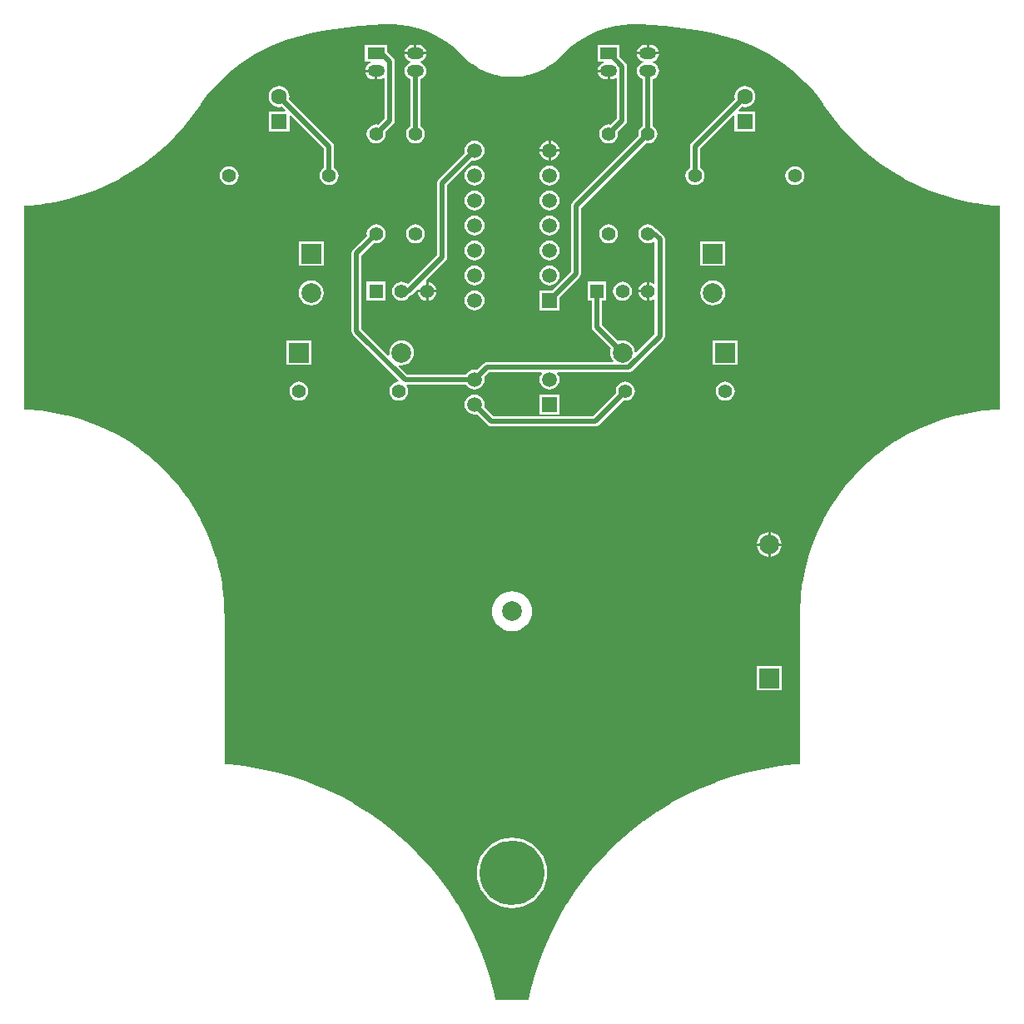
<source format=gbr>
G04 Layer_Physical_Order=2*
G04 Layer_Color=16711680*
%FSLAX26Y26*%
%MOIN*%
%TF.FileFunction,Copper,L2,Bot,Signal*%
%TF.Part,Single*%
G01*
G75*
%TA.AperFunction,Conductor*%
%ADD13C,0.019685*%
%TA.AperFunction,ComponentPad*%
%ADD14C,0.059055*%
%ADD15R,0.059055X0.059055*%
%ADD16C,0.055118*%
%ADD17R,0.055118X0.055118*%
%ADD18R,0.078740X0.078740*%
%ADD19C,0.078740*%
%ADD20R,0.078740X0.078740*%
%ADD21R,0.068898X0.047244*%
%ADD22O,0.068898X0.047244*%
%ADD23C,0.062992*%
%ADD24R,0.062992X0.062992*%
%ADD25C,0.173228*%
%TA.AperFunction,ViaPad*%
%ADD26C,0.023622*%
%TA.AperFunction,Conductor*%
%ADD27C,0.047244*%
G36*
X511891Y1952151D02*
X561500Y1950059D01*
X611017Y1946370D01*
X660387Y1941089D01*
X709568Y1934220D01*
X758497Y1925772D01*
X807127Y1915754D01*
X855416Y1904173D01*
X879092Y1897682D01*
X896231Y1892345D01*
X930448Y1879775D01*
X963990Y1865504D01*
X996774Y1849568D01*
X1028717Y1832007D01*
X1059738Y1812866D01*
X1089759Y1792192D01*
X1118705Y1770038D01*
X1146506Y1746457D01*
X1173085Y1721514D01*
X1198382Y1695266D01*
X1222327Y1667784D01*
X1233114Y1654071D01*
X1247374Y1631804D01*
X1247631Y1631536D01*
X1247783Y1631197D01*
X1279197Y1586741D01*
X1279556Y1586401D01*
X1279784Y1585962D01*
X1313842Y1543497D01*
X1314222Y1543179D01*
X1314476Y1542755D01*
X1351051Y1502438D01*
X1351449Y1502144D01*
X1351728Y1501736D01*
X1390686Y1463716D01*
X1391100Y1463446D01*
X1391405Y1463056D01*
X1432600Y1427473D01*
X1433030Y1427229D01*
X1433358Y1426858D01*
X1476639Y1393844D01*
X1477083Y1393627D01*
X1477432Y1393276D01*
X1522640Y1362954D01*
X1523097Y1362763D01*
X1523466Y1362435D01*
X1570432Y1334915D01*
X1570900Y1334753D01*
X1571289Y1334447D01*
X1619841Y1309832D01*
X1620317Y1309698D01*
X1620724Y1309417D01*
X1670682Y1287797D01*
X1671166Y1287693D01*
X1671589Y1287437D01*
X1722767Y1268892D01*
X1723257Y1268818D01*
X1723695Y1268588D01*
X1775906Y1253187D01*
X1776398Y1253142D01*
X1776850Y1252939D01*
X1829900Y1240740D01*
X1830395Y1240725D01*
X1830858Y1240550D01*
X1884551Y1231596D01*
X1885046Y1231611D01*
X1885518Y1231465D01*
X1939656Y1225790D01*
X1940026Y1225824D01*
X1940386Y1225730D01*
X1952448Y1225020D01*
Y409367D01*
X1941697Y409102D01*
X1941307Y409015D01*
X1940910Y409064D01*
X1888221Y405175D01*
X1887708Y405033D01*
X1887176Y405064D01*
X1834854Y397737D01*
X1834351Y397562D01*
X1833819Y397558D01*
X1782088Y386825D01*
X1781597Y386617D01*
X1781066Y386578D01*
X1730148Y372485D01*
X1729672Y372245D01*
X1729145Y372171D01*
X1679258Y354778D01*
X1678799Y354509D01*
X1678277Y354400D01*
X1629634Y333782D01*
X1629194Y333482D01*
X1628681Y333340D01*
X1581490Y309584D01*
X1581071Y309257D01*
X1580568Y309081D01*
X1535032Y282290D01*
X1534634Y281935D01*
X1534144Y281728D01*
X1490458Y252015D01*
X1490085Y251636D01*
X1489609Y251396D01*
X1447960Y218890D01*
X1447612Y218487D01*
X1447153Y218217D01*
X1407719Y183057D01*
X1407399Y182632D01*
X1406958Y182332D01*
X1369908Y144668D01*
X1369616Y144223D01*
X1369197Y143896D01*
X1334689Y103889D01*
X1334427Y103425D01*
X1334029Y103071D01*
X1302212Y60893D01*
X1301981Y60414D01*
X1301607Y60034D01*
X1272617Y15866D01*
X1272418Y15372D01*
X1272070Y14969D01*
X1246030Y-31001D01*
X1245863Y-31506D01*
X1245543Y-31932D01*
X1222566Y-79506D01*
X1222432Y-80022D01*
X1222140Y-80467D01*
X1202324Y-129442D01*
X1202224Y-129965D01*
X1201962Y-130429D01*
X1185391Y-180595D01*
X1185326Y-181124D01*
X1185094Y-181603D01*
X1171840Y-232746D01*
X1171810Y-233278D01*
X1171610Y-233772D01*
X1161729Y-285672D01*
X1161733Y-286205D01*
X1161566Y-286710D01*
X1155101Y-339146D01*
X1155140Y-339677D01*
X1155007Y-340192D01*
X1151985Y-392938D01*
X1152040Y-393334D01*
X1151959Y-393726D01*
X1151744Y-420145D01*
X1151756Y-420210D01*
X1151743Y-420276D01*
X1151743Y-1009416D01*
X1134458Y-1010601D01*
X1134134Y-1010689D01*
X1133799Y-1010660D01*
X1069556Y-1017733D01*
X1069129Y-1017868D01*
X1068682Y-1017854D01*
X1004924Y-1028445D01*
X1004505Y-1028603D01*
X1004058Y-1028614D01*
X940978Y-1042691D01*
X940569Y-1042872D01*
X940123Y-1042907D01*
X877912Y-1060429D01*
X877513Y-1060632D01*
X877069Y-1060691D01*
X815915Y-1081604D01*
X815528Y-1081829D01*
X815088Y-1081912D01*
X755174Y-1106153D01*
X754800Y-1106399D01*
X754366Y-1106506D01*
X695875Y-1134001D01*
X695515Y-1134267D01*
X695087Y-1134398D01*
X638194Y-1165065D01*
X637849Y-1165350D01*
X637429Y-1165505D01*
X582307Y-1199251D01*
X581978Y-1199554D01*
X581567Y-1199732D01*
X528382Y-1236454D01*
X528070Y-1236776D01*
X527670Y-1236975D01*
X476582Y-1276564D01*
X476289Y-1276902D01*
X475900Y-1277123D01*
X427064Y-1319459D01*
X426789Y-1319812D01*
X426413Y-1320055D01*
X379977Y-1365009D01*
X379722Y-1365377D01*
X379360Y-1365640D01*
X335463Y-1413077D01*
X335229Y-1413458D01*
X334882Y-1413741D01*
X293657Y-1463518D01*
X293444Y-1463911D01*
X293113Y-1464212D01*
X254685Y-1516179D01*
X254494Y-1516583D01*
X254180Y-1516902D01*
X218664Y-1570901D01*
X218496Y-1571316D01*
X218200Y-1571651D01*
X185704Y-1627519D01*
X185559Y-1627943D01*
X185281Y-1628294D01*
X155904Y-1685863D01*
X155782Y-1686293D01*
X155524Y-1686659D01*
X129353Y-1745755D01*
X129256Y-1746192D01*
X129018Y-1746571D01*
X106133Y-1807015D01*
X106060Y-1807457D01*
X105844Y-1807849D01*
X86313Y-1869459D01*
X86264Y-1869904D01*
X86070Y-1870307D01*
X69954Y-1932897D01*
X69935Y-1933232D01*
X69802Y-1933541D01*
X65756Y-1952448D01*
X-65756D01*
X-69802Y-1933541D01*
X-69935Y-1933232D01*
X-69954Y-1932897D01*
X-86070Y-1870307D01*
X-86264Y-1869904D01*
X-86314Y-1869459D01*
X-105844Y-1807849D01*
X-106060Y-1807457D01*
X-106133Y-1807015D01*
X-129019Y-1746571D01*
X-129256Y-1746192D01*
X-129354Y-1745755D01*
X-155524Y-1686659D01*
X-155782Y-1686293D01*
X-155904Y-1685863D01*
X-185281Y-1628294D01*
X-185559Y-1627943D01*
X-185704Y-1627519D01*
X-218200Y-1571651D01*
X-218496Y-1571316D01*
X-218664Y-1570901D01*
X-254180Y-1516902D01*
X-254494Y-1516583D01*
X-254685Y-1516179D01*
X-293113Y-1464212D01*
X-293444Y-1463911D01*
X-293657Y-1463518D01*
X-334882Y-1413741D01*
X-335229Y-1413458D01*
X-335463Y-1413077D01*
X-379360Y-1365640D01*
X-379722Y-1365377D01*
X-379977Y-1365009D01*
X-426413Y-1320055D01*
X-426790Y-1319812D01*
X-427064Y-1319459D01*
X-475900Y-1277123D01*
X-476289Y-1276902D01*
X-476582Y-1276564D01*
X-527670Y-1236975D01*
X-528070Y-1236776D01*
X-528382Y-1236454D01*
X-581567Y-1199732D01*
X-581978Y-1199554D01*
X-582307Y-1199251D01*
X-637429Y-1165505D01*
X-637849Y-1165350D01*
X-638194Y-1165065D01*
X-695087Y-1134398D01*
X-695515Y-1134267D01*
X-695875Y-1134001D01*
X-754366Y-1106506D01*
X-754800Y-1106399D01*
X-755175Y-1106153D01*
X-815088Y-1081912D01*
X-815528Y-1081829D01*
X-815915Y-1081604D01*
X-877069Y-1060691D01*
X-877513Y-1060632D01*
X-877912Y-1060429D01*
X-940123Y-1042907D01*
X-940569Y-1042872D01*
X-940978Y-1042691D01*
X-1004058Y-1028614D01*
X-1004505Y-1028603D01*
X-1004924Y-1028445D01*
X-1068682Y-1017854D01*
X-1069129Y-1017868D01*
X-1069556Y-1017733D01*
X-1133799Y-1010660D01*
X-1134134Y-1010689D01*
X-1134458Y-1010601D01*
X-1151743Y-1009416D01*
Y-420276D01*
X-1151756Y-420210D01*
X-1151744Y-420145D01*
X-1151959Y-393726D01*
X-1152040Y-393334D01*
X-1151985Y-392938D01*
X-1155007Y-340192D01*
X-1155140Y-339677D01*
X-1155101Y-339146D01*
X-1161566Y-286710D01*
X-1161733Y-286205D01*
X-1161729Y-285672D01*
X-1171610Y-233772D01*
X-1171810Y-233278D01*
X-1171840Y-232746D01*
X-1185094Y-181603D01*
X-1185326Y-181124D01*
X-1185391Y-180595D01*
X-1201962Y-130429D01*
X-1202224Y-129966D01*
X-1202324Y-129442D01*
X-1222140Y-80467D01*
X-1222432Y-80022D01*
X-1222566Y-79506D01*
X-1245543Y-31932D01*
X-1245863Y-31506D01*
X-1246031Y-31001D01*
X-1272070Y14969D01*
X-1272418Y15372D01*
X-1272617Y15866D01*
X-1301608Y60034D01*
X-1301981Y60414D01*
X-1302213Y60893D01*
X-1334029Y103071D01*
X-1334427Y103426D01*
X-1334689Y103889D01*
X-1369197Y143896D01*
X-1369616Y144223D01*
X-1369909Y144668D01*
X-1406958Y182332D01*
X-1407399Y182632D01*
X-1407719Y183057D01*
X-1447153Y218217D01*
X-1447612Y218487D01*
X-1447960Y218890D01*
X-1489609Y251396D01*
X-1490085Y251636D01*
X-1490458Y252015D01*
X-1534144Y281728D01*
X-1534634Y281935D01*
X-1535032Y282290D01*
X-1580568Y309081D01*
X-1581071Y309257D01*
X-1581490Y309584D01*
X-1628681Y333340D01*
X-1629194Y333482D01*
X-1629634Y333782D01*
X-1678277Y354400D01*
X-1678799Y354509D01*
X-1679258Y354778D01*
X-1729145Y372172D01*
X-1729673Y372245D01*
X-1730148Y372485D01*
X-1781066Y386578D01*
X-1781597Y386617D01*
X-1782088Y386825D01*
X-1833819Y397558D01*
X-1834351Y397562D01*
X-1834854Y397737D01*
X-1887176Y405064D01*
X-1887708Y405033D01*
X-1888221Y405175D01*
X-1940910Y409064D01*
X-1941307Y409015D01*
X-1941697Y409102D01*
X-1952448Y409367D01*
X-1952448Y1225020D01*
X-1940386Y1225730D01*
X-1940026Y1225824D01*
X-1939657Y1225790D01*
X-1885518Y1231465D01*
X-1885046Y1231611D01*
X-1884551Y1231596D01*
X-1830858Y1240550D01*
X-1830395Y1240725D01*
X-1829900Y1240739D01*
X-1776850Y1252939D01*
X-1776399Y1253142D01*
X-1775906Y1253187D01*
X-1723695Y1268588D01*
X-1723257Y1268818D01*
X-1722768Y1268892D01*
X-1671589Y1287437D01*
X-1671166Y1287693D01*
X-1670682Y1287797D01*
X-1620724Y1309417D01*
X-1620317Y1309698D01*
X-1619841Y1309832D01*
X-1571289Y1334447D01*
X-1570900Y1334753D01*
X-1570432Y1334915D01*
X-1523466Y1362435D01*
X-1523097Y1362763D01*
X-1522640Y1362954D01*
X-1477433Y1393276D01*
X-1477083Y1393627D01*
X-1476639Y1393844D01*
X-1433358Y1426858D01*
X-1433030Y1427229D01*
X-1432600Y1427473D01*
X-1391405Y1463056D01*
X-1391101Y1463446D01*
X-1390686Y1463716D01*
X-1351729Y1501736D01*
X-1351449Y1502144D01*
X-1351051Y1502438D01*
X-1314476Y1542755D01*
X-1314222Y1543179D01*
X-1313842Y1543497D01*
X-1279785Y1585962D01*
X-1279556Y1586401D01*
X-1279197Y1586741D01*
X-1247783Y1631197D01*
X-1247631Y1631536D01*
X-1247374Y1631804D01*
X-1233114Y1654071D01*
X-1222328Y1667784D01*
X-1198381Y1695267D01*
X-1173086Y1721514D01*
X-1146506Y1746457D01*
X-1118707Y1770036D01*
X-1089760Y1792192D01*
X-1059738Y1812866D01*
X-1028716Y1832007D01*
X-996774Y1849568D01*
X-963989Y1865505D01*
X-930449Y1879775D01*
X-896233Y1892344D01*
X-879092Y1897682D01*
X-855416Y1904173D01*
X-807128Y1915753D01*
X-758497Y1925772D01*
X-709568Y1934220D01*
X-660388Y1941089D01*
X-611017Y1946370D01*
X-561500Y1950059D01*
X-511891Y1952151D01*
X-487155Y1952397D01*
X-473238Y1952381D01*
X-445305Y1950375D01*
X-417581Y1946404D01*
X-390206Y1940488D01*
X-363316Y1932656D01*
X-337047Y1922948D01*
X-311525Y1911412D01*
X-286884Y1898106D01*
X-263239Y1883094D01*
X-240713Y1866453D01*
X-219415Y1848264D01*
X-199454Y1828620D01*
X-190190Y1818119D01*
X-189468Y1817568D01*
X-188926Y1816838D01*
X-179826Y1808598D01*
X-179327Y1808300D01*
X-178949Y1807859D01*
X-159623Y1792725D01*
X-158933Y1792376D01*
X-158376Y1791840D01*
X-137698Y1778613D01*
X-136978Y1778331D01*
X-136373Y1777851D01*
X-114531Y1766650D01*
X-113787Y1766438D01*
X-113139Y1766018D01*
X-90331Y1756945D01*
X-89571Y1756805D01*
X-88885Y1756448D01*
X-65317Y1749586D01*
X-64547Y1749519D01*
X-63830Y1749229D01*
X-39717Y1744639D01*
X-38944Y1744646D01*
X-38203Y1744425D01*
X-13762Y1742150D01*
X-13184Y1742210D01*
X-12617Y1742084D01*
X-344Y1741822D01*
X0Y1741882D01*
X344Y1741822D01*
X12617Y1742084D01*
X13184Y1742210D01*
X13762Y1742150D01*
X38203Y1744425D01*
X38944Y1744646D01*
X39717Y1744639D01*
X63830Y1749229D01*
X64547Y1749519D01*
X65317Y1749586D01*
X88885Y1756448D01*
X89570Y1756805D01*
X90331Y1756945D01*
X113139Y1766018D01*
X113787Y1766438D01*
X114531Y1766650D01*
X136373Y1777851D01*
X136978Y1778331D01*
X137698Y1778613D01*
X158376Y1791840D01*
X158933Y1792376D01*
X159623Y1792725D01*
X178948Y1807859D01*
X179327Y1808300D01*
X179826Y1808598D01*
X188926Y1816838D01*
X189468Y1817568D01*
X190190Y1818119D01*
X199454Y1828620D01*
X219415Y1848264D01*
X240712Y1866452D01*
X263238Y1883093D01*
X286883Y1898105D01*
X311526Y1911412D01*
X337047Y1922948D01*
X363317Y1932656D01*
X390206Y1940488D01*
X417580Y1946404D01*
X445305Y1950375D01*
X473238Y1952381D01*
X487154Y1952397D01*
X511891Y1952151D01*
D02*
G37*
%LPC*%
G36*
X-506733Y921811D02*
X-581851D01*
Y846693D01*
X-506733D01*
Y921811D01*
D02*
G37*
G36*
X-302342Y879252D02*
X-334567D01*
Y847027D01*
X-329762Y847660D01*
X-320626Y851444D01*
X-312780Y857465D01*
X-306760Y865310D01*
X-302975Y874447D01*
X-302342Y879252D01*
D02*
G37*
G36*
X-344567D02*
X-376792D01*
X-376159Y874447D01*
X-372375Y865310D01*
X-366355Y857465D01*
X-358509Y851444D01*
X-349372Y847660D01*
X-344567Y847027D01*
Y879252D01*
D02*
G37*
G36*
X-804150Y926751D02*
X-817038Y925054D01*
X-829048Y920080D01*
X-839361Y912166D01*
X-847275Y901853D01*
X-852249Y889843D01*
X-853946Y876955D01*
X-852249Y864067D01*
X-847275Y852057D01*
X-839361Y841744D01*
X-829048Y833830D01*
X-817038Y828856D01*
X-804150Y827159D01*
X-791262Y828856D01*
X-779252Y833830D01*
X-768939Y841744D01*
X-761025Y852057D01*
X-756051Y864067D01*
X-754354Y876955D01*
X-756051Y889843D01*
X-761025Y901853D01*
X-768939Y912166D01*
X-779252Y920080D01*
X-791262Y925054D01*
X-804150Y926751D01*
D02*
G37*
G36*
X-150000Y886719D02*
X-160319Y885360D01*
X-169934Y881377D01*
X-178191Y875042D01*
X-184527Y866784D01*
X-188510Y857169D01*
X-189869Y846850D01*
X-188510Y836531D01*
X-184527Y826916D01*
X-178191Y818659D01*
X-169934Y812323D01*
X-160319Y808340D01*
X-150000Y806981D01*
X-139681Y808340D01*
X-130066Y812323D01*
X-121809Y818659D01*
X-115473Y826916D01*
X-111490Y836531D01*
X-110131Y846850D01*
X-111490Y857169D01*
X-115473Y866784D01*
X-121809Y875042D01*
X-130066Y881377D01*
X-139681Y885360D01*
X-150000Y886719D01*
D02*
G37*
G36*
X441929Y922135D02*
X432124Y920844D01*
X422988Y917060D01*
X415142Y911039D01*
X409122Y903194D01*
X405337Y894057D01*
X404046Y884252D01*
X405337Y874447D01*
X409122Y865311D01*
X415142Y857465D01*
X422988Y851444D01*
X432124Y847660D01*
X441929Y846369D01*
X451734Y847660D01*
X460871Y851444D01*
X468717Y857465D01*
X474737Y865311D01*
X478522Y874447D01*
X479812Y884252D01*
X478522Y894057D01*
X474737Y903194D01*
X468717Y911039D01*
X460871Y917060D01*
X451734Y920844D01*
X441929Y922135D01*
D02*
G37*
G36*
X804149Y926751D02*
X791261Y925054D01*
X779251Y920080D01*
X768938Y912166D01*
X761025Y901853D01*
X756050Y889843D01*
X754353Y876955D01*
X756050Y864067D01*
X761025Y852057D01*
X768938Y841744D01*
X779251Y833830D01*
X791261Y828856D01*
X804149Y827159D01*
X817038Y828856D01*
X829047Y833830D01*
X839361Y841744D01*
X847274Y852057D01*
X852249Y864067D01*
X853946Y876955D01*
X852249Y889843D01*
X847274Y901853D01*
X839361Y912166D01*
X829047Y920080D01*
X817038Y925054D01*
X804149Y926751D01*
D02*
G37*
G36*
X150000Y986719D02*
X139681Y985360D01*
X130066Y981377D01*
X121809Y975042D01*
X115473Y966784D01*
X111490Y957169D01*
X110131Y946850D01*
X111490Y936531D01*
X115473Y926916D01*
X121809Y918659D01*
X130066Y912323D01*
X139681Y908340D01*
X150000Y906981D01*
X160319Y908340D01*
X169934Y912323D01*
X178191Y918659D01*
X184527Y926916D01*
X188510Y936531D01*
X189869Y946850D01*
X188510Y957169D01*
X184527Y966784D01*
X178191Y975042D01*
X169934Y981377D01*
X160319Y985360D01*
X150000Y986719D01*
D02*
G37*
G36*
X-754780Y1083806D02*
X-853520D01*
Y985065D01*
X-754780D01*
Y1083806D01*
D02*
G37*
G36*
X853519D02*
X754779D01*
Y985065D01*
X853519D01*
Y1083806D01*
D02*
G37*
G36*
X-150000Y986719D02*
X-160319Y985360D01*
X-169934Y981377D01*
X-178191Y975042D01*
X-184527Y966784D01*
X-188510Y957169D01*
X-189869Y946850D01*
X-188510Y936531D01*
X-184527Y926916D01*
X-178191Y918659D01*
X-169934Y912323D01*
X-160319Y908340D01*
X-150000Y906981D01*
X-139681Y908340D01*
X-130066Y912323D01*
X-121809Y918659D01*
X-115473Y926916D01*
X-111490Y936531D01*
X-110131Y946850D01*
X-111490Y957169D01*
X-115473Y966784D01*
X-121809Y975042D01*
X-130066Y981377D01*
X-139681Y985360D01*
X-150000Y986719D01*
D02*
G37*
G36*
X539291Y879252D02*
X507067D01*
X507699Y874447D01*
X511484Y865311D01*
X517504Y857465D01*
X525350Y851444D01*
X534487Y847660D01*
X539291Y847027D01*
Y879252D01*
D02*
G37*
G36*
X-334567Y921477D02*
Y889252D01*
X-302342D01*
X-302975Y894057D01*
X-306760Y903193D01*
X-312780Y911039D01*
X-320626Y917060D01*
X-329762Y920844D01*
X-334567Y921477D01*
D02*
G37*
G36*
X539291Y921477D02*
X534487Y920844D01*
X525350Y917060D01*
X517504Y911039D01*
X511484Y903194D01*
X507699Y894057D01*
X507067Y889252D01*
X539291D01*
Y921477D01*
D02*
G37*
G36*
X1079059Y-135118D02*
X1034921D01*
Y-179256D01*
X1042810Y-178217D01*
X1054819Y-173243D01*
X1065132Y-165329D01*
X1073046Y-155016D01*
X1078021Y-143006D01*
X1079059Y-135118D01*
D02*
G37*
G36*
X1024921Y-80980D02*
X1017033Y-82019D01*
X1005023Y-86993D01*
X994710Y-94907D01*
X986797Y-105220D01*
X981822Y-117230D01*
X980784Y-125118D01*
X1024921D01*
Y-80980D01*
D02*
G37*
G36*
X1034921D02*
Y-125118D01*
X1079059D01*
X1078021Y-117230D01*
X1073046Y-105220D01*
X1065132Y-94907D01*
X1054819Y-86993D01*
X1042810Y-82019D01*
X1034921Y-80980D01*
D02*
G37*
G36*
X1024921Y-135118D02*
X980784D01*
X981822Y-143006D01*
X986797Y-155016D01*
X994710Y-165329D01*
X1005023Y-173243D01*
X1017033Y-178217D01*
X1024921Y-179256D01*
Y-135118D01*
D02*
G37*
G36*
X0Y-1304455D02*
X-21968Y-1306184D01*
X-43394Y-1311328D01*
X-63752Y-1319761D01*
X-82541Y-1331274D01*
X-99297Y-1345585D01*
X-113608Y-1362341D01*
X-125121Y-1381129D01*
X-133554Y-1401488D01*
X-138698Y-1422914D01*
X-140427Y-1444882D01*
X-138698Y-1466850D01*
X-133554Y-1488276D01*
X-125121Y-1508634D01*
X-113608Y-1527423D01*
X-99297Y-1544179D01*
X-82541Y-1558490D01*
X-63752Y-1570003D01*
X-43394Y-1578436D01*
X-21968Y-1583580D01*
X0Y-1585309D01*
X21968Y-1583580D01*
X43394Y-1578436D01*
X63752Y-1570003D01*
X82541Y-1558490D01*
X99297Y-1544179D01*
X113608Y-1527423D01*
X125121Y-1508634D01*
X133554Y-1488276D01*
X138698Y-1466850D01*
X140427Y-1444882D01*
X138698Y-1422914D01*
X133554Y-1401488D01*
X125121Y-1381129D01*
X113608Y-1362341D01*
X99297Y-1345585D01*
X82541Y-1331274D01*
X63752Y-1319761D01*
X43394Y-1311328D01*
X21968Y-1306184D01*
X0Y-1304455D01*
D02*
G37*
G36*
X1079291Y-615787D02*
X980551D01*
Y-714528D01*
X1079291D01*
Y-615787D01*
D02*
G37*
G36*
X0Y-317172D02*
X-15698Y-318718D01*
X-30793Y-323297D01*
X-44705Y-330733D01*
X-56898Y-340740D01*
X-66905Y-352933D01*
X-74341Y-366845D01*
X-78920Y-381940D01*
X-80466Y-397638D01*
X-78920Y-413336D01*
X-74341Y-428431D01*
X-66905Y-442342D01*
X-56898Y-454536D01*
X-44705Y-464543D01*
X-30793Y-471979D01*
X-15698Y-476558D01*
X0Y-478104D01*
X15698Y-476558D01*
X30793Y-471979D01*
X44705Y-464543D01*
X56898Y-454536D01*
X66905Y-442342D01*
X74341Y-428431D01*
X78920Y-413336D01*
X80466Y-397638D01*
X78920Y-381940D01*
X74341Y-366845D01*
X66905Y-352933D01*
X56898Y-340740D01*
X44705Y-330733D01*
X30793Y-323297D01*
X15698Y-318718D01*
X0Y-317172D01*
D02*
G37*
G36*
X-544292Y1151797D02*
X-554096Y1150506D01*
X-563233Y1146721D01*
X-571079Y1140701D01*
X-577099Y1132855D01*
X-580884Y1123719D01*
X-582175Y1113914D01*
X-581096Y1105720D01*
X-636353Y1050464D01*
X-640738Y1043900D01*
X-642278Y1036158D01*
Y724409D01*
X-640738Y716667D01*
X-636353Y710104D01*
X-452957Y526707D01*
X-455256Y521936D01*
X-463545Y520844D01*
X-472682Y517060D01*
X-480528Y511039D01*
X-486548Y503193D01*
X-490333Y494057D01*
X-491623Y484252D01*
X-490333Y474447D01*
X-486548Y465310D01*
X-480528Y457465D01*
X-472682Y451444D01*
X-463545Y447660D01*
X-453740Y446369D01*
X-443935Y447660D01*
X-434799Y451444D01*
X-426953Y457465D01*
X-420933Y465310D01*
X-417148Y474447D01*
X-415857Y484252D01*
X-417148Y494057D01*
X-420933Y503193D01*
X-422779Y505599D01*
X-420567Y510084D01*
X-184299D01*
X-178191Y502124D01*
X-169934Y495788D01*
X-160319Y491805D01*
X-150000Y490446D01*
X-139681Y491805D01*
X-130066Y495788D01*
X-121809Y502124D01*
X-115473Y510381D01*
X-111490Y519996D01*
X-110131Y530315D01*
X-111441Y540263D01*
X-92250Y559454D01*
X116233D01*
X118699Y554454D01*
X115473Y550249D01*
X111490Y540634D01*
X110131Y530315D01*
X111490Y519996D01*
X115473Y510381D01*
X121809Y502124D01*
X130066Y495788D01*
X139681Y491805D01*
X150000Y490446D01*
X160319Y491805D01*
X169934Y495788D01*
X178191Y502124D01*
X184527Y510381D01*
X188510Y519996D01*
X189869Y530315D01*
X188510Y540634D01*
X184527Y550249D01*
X181301Y554454D01*
X183767Y559454D01*
X411861D01*
X417403Y558351D01*
X466456D01*
X474198Y559891D01*
X480761Y564277D01*
X605999Y689514D01*
X610384Y696078D01*
X611924Y703820D01*
Y1093346D01*
X610384Y1101089D01*
X605999Y1107652D01*
X585432Y1128219D01*
X578868Y1132605D01*
X577007Y1132975D01*
X571079Y1140701D01*
X563233Y1146721D01*
X554096Y1150506D01*
X544292Y1151797D01*
X534487Y1150506D01*
X525350Y1146721D01*
X517504Y1140701D01*
X511484Y1132855D01*
X507699Y1123718D01*
X506409Y1113914D01*
X507699Y1104109D01*
X511484Y1094972D01*
X517504Y1087126D01*
X525350Y1081106D01*
X534487Y1077321D01*
X544292Y1076030D01*
X554096Y1077321D01*
X563233Y1081106D01*
X566462Y1083583D01*
X571462Y1081118D01*
Y917048D01*
X566462Y914582D01*
X563233Y917060D01*
X554096Y920844D01*
X549291Y921477D01*
Y884252D01*
Y847027D01*
X554096Y847660D01*
X563233Y851444D01*
X566462Y853922D01*
X571462Y851456D01*
Y712200D01*
X496307Y637045D01*
X491523Y639332D01*
X490029Y650683D01*
X485054Y662693D01*
X477140Y673006D01*
X466827Y680920D01*
X454817Y685895D01*
X441929Y687591D01*
X429041Y685895D01*
X424374Y683962D01*
X359798Y748537D01*
Y846693D01*
X377126D01*
Y921811D01*
X302008D01*
Y846693D01*
X319336D01*
Y740157D01*
X320876Y732415D01*
X325262Y725852D01*
X395763Y655350D01*
X393830Y650683D01*
X392133Y637795D01*
X393830Y624907D01*
X398805Y612897D01*
X404928Y604916D01*
X402463Y599916D01*
X-100630D01*
X-108372Y598376D01*
X-114936Y593991D01*
X-140052Y568874D01*
X-150000Y570184D01*
X-160319Y568825D01*
X-169934Y564842D01*
X-178191Y558506D01*
X-184299Y550546D01*
X-419573D01*
X-453507Y584480D01*
X-451171Y589216D01*
X-441929Y587999D01*
X-429041Y589696D01*
X-417031Y594670D01*
X-406718Y602584D01*
X-398805Y612897D01*
X-393830Y624907D01*
X-392133Y637795D01*
X-393830Y650683D01*
X-398805Y662693D01*
X-406718Y673006D01*
X-417031Y680920D01*
X-429041Y685894D01*
X-441929Y687591D01*
X-454817Y685894D01*
X-466827Y680920D01*
X-477140Y673006D01*
X-485054Y662693D01*
X-490029Y650683D01*
X-491725Y637795D01*
X-490509Y628553D01*
X-495244Y626218D01*
X-601816Y732789D01*
Y1027778D01*
X-552485Y1077109D01*
X-544292Y1076031D01*
X-534487Y1077321D01*
X-525350Y1081106D01*
X-517504Y1087126D01*
X-511484Y1094972D01*
X-507699Y1104109D01*
X-506409Y1113914D01*
X-507699Y1123719D01*
X-511484Y1132855D01*
X-517504Y1140701D01*
X-525350Y1146721D01*
X-534487Y1150506D01*
X-544292Y1151797D01*
D02*
G37*
G36*
X-804370Y687165D02*
X-903110D01*
Y588425D01*
X-804370D01*
Y687165D01*
D02*
G37*
G36*
X903110Y687165D02*
X804370D01*
Y588425D01*
X903110D01*
Y687165D01*
D02*
G37*
G36*
X853740Y522135D02*
X843935Y520844D01*
X834799Y517060D01*
X826953Y511039D01*
X820932Y503193D01*
X817148Y494057D01*
X815857Y484252D01*
X817148Y474447D01*
X820932Y465310D01*
X826953Y457465D01*
X834799Y451444D01*
X843935Y447660D01*
X853740Y446369D01*
X863545Y447660D01*
X872682Y451444D01*
X880528Y457465D01*
X886548Y465310D01*
X890332Y474447D01*
X891623Y484252D01*
X890332Y494057D01*
X886548Y503193D01*
X880528Y511039D01*
X872682Y517060D01*
X863545Y520844D01*
X853740Y522135D01*
D02*
G37*
G36*
X453740D02*
X443935Y520844D01*
X434799Y517060D01*
X426953Y511039D01*
X420932Y503193D01*
X417148Y494057D01*
X415857Y484252D01*
X416936Y476059D01*
X323313Y382436D01*
X-73510D01*
X-111441Y420367D01*
X-110131Y430315D01*
X-111490Y440634D01*
X-115473Y450249D01*
X-121809Y458506D01*
X-130066Y464842D01*
X-139681Y468825D01*
X-150000Y470184D01*
X-160319Y468825D01*
X-169934Y464842D01*
X-178191Y458506D01*
X-184527Y450249D01*
X-188510Y440634D01*
X-189869Y430315D01*
X-188510Y419996D01*
X-184527Y410381D01*
X-178191Y402124D01*
X-169934Y395788D01*
X-160319Y391805D01*
X-150000Y390446D01*
X-140052Y391756D01*
X-96195Y347899D01*
X-89632Y343514D01*
X-81890Y341974D01*
X331693D01*
X339435Y343514D01*
X345998Y347899D01*
X445547Y447447D01*
X453740Y446369D01*
X463545Y447660D01*
X472682Y451444D01*
X480527Y457465D01*
X486548Y465310D01*
X490332Y474447D01*
X491623Y484252D01*
X490332Y494057D01*
X486548Y503193D01*
X480527Y511039D01*
X472682Y517060D01*
X463545Y520844D01*
X453740Y522135D01*
D02*
G37*
G36*
X189528Y469842D02*
X110472D01*
Y390788D01*
X189528D01*
Y469842D01*
D02*
G37*
G36*
X-853740Y522135D02*
X-863545Y520844D01*
X-872682Y517060D01*
X-880528Y511039D01*
X-886548Y503193D01*
X-890333Y494057D01*
X-891623Y484252D01*
X-890333Y474447D01*
X-886548Y465310D01*
X-880528Y457465D01*
X-872682Y451444D01*
X-863545Y447660D01*
X-853740Y446369D01*
X-843935Y447660D01*
X-834799Y451444D01*
X-826953Y457465D01*
X-820933Y465310D01*
X-817148Y474447D01*
X-815857Y484252D01*
X-817148Y494057D01*
X-820933Y503193D01*
X-826953Y511039D01*
X-834799Y517060D01*
X-843935Y520844D01*
X-853740Y522135D01*
D02*
G37*
G36*
X-150000Y1086719D02*
X-160319Y1085360D01*
X-169934Y1081377D01*
X-178191Y1075042D01*
X-184527Y1066784D01*
X-188510Y1057169D01*
X-189869Y1046850D01*
X-188510Y1036531D01*
X-184527Y1026916D01*
X-178191Y1018659D01*
X-169934Y1012323D01*
X-160319Y1008340D01*
X-150000Y1006981D01*
X-139681Y1008340D01*
X-130066Y1012323D01*
X-121809Y1018659D01*
X-115473Y1026916D01*
X-111490Y1036531D01*
X-110131Y1046850D01*
X-111490Y1057169D01*
X-115473Y1066784D01*
X-121809Y1075042D01*
X-130066Y1081377D01*
X-139681Y1085360D01*
X-150000Y1086719D01*
D02*
G37*
G36*
X-342730Y1831614D02*
X-430892D01*
X-430394Y1827837D01*
X-427007Y1819658D01*
X-421617Y1812635D01*
X-414594Y1807245D01*
X-406415Y1803858D01*
X-405238Y1803703D01*
Y1798659D01*
X-406415Y1798505D01*
X-414594Y1795117D01*
X-421617Y1789727D01*
X-427007Y1782704D01*
X-430394Y1774525D01*
X-431550Y1765748D01*
X-430394Y1756971D01*
X-427007Y1748792D01*
X-421617Y1741768D01*
X-414594Y1736379D01*
X-407042Y1733251D01*
Y1545732D01*
X-413599Y1540701D01*
X-419619Y1532855D01*
X-423404Y1523718D01*
X-424694Y1513914D01*
X-423404Y1504109D01*
X-419619Y1494972D01*
X-413599Y1487126D01*
X-405753Y1481106D01*
X-396616Y1477321D01*
X-386811Y1476031D01*
X-377006Y1477321D01*
X-367870Y1481106D01*
X-360024Y1487126D01*
X-354003Y1494972D01*
X-350219Y1504109D01*
X-348928Y1513914D01*
X-350219Y1523718D01*
X-354003Y1532855D01*
X-360024Y1540701D01*
X-366580Y1545732D01*
Y1733251D01*
X-359028Y1736379D01*
X-352005Y1741768D01*
X-346615Y1748792D01*
X-343228Y1756971D01*
X-342072Y1765748D01*
X-343228Y1774525D01*
X-346615Y1782704D01*
X-352005Y1789727D01*
X-359028Y1795117D01*
X-367207Y1798505D01*
X-368384Y1798659D01*
Y1803703D01*
X-367207Y1803858D01*
X-359028Y1807245D01*
X-352005Y1812635D01*
X-346615Y1819658D01*
X-343228Y1827837D01*
X-342730Y1831614D01*
D02*
G37*
G36*
X431260Y1870236D02*
X342362D01*
Y1802992D01*
X364975D01*
X365970Y1797992D01*
X359028Y1795117D01*
X352005Y1789727D01*
X346615Y1782704D01*
X343228Y1774525D01*
X342730Y1770748D01*
X386811D01*
Y1765748D01*
X391811D01*
Y1731836D01*
X397638D01*
X406415Y1732991D01*
X414594Y1736379D01*
X416387Y1737755D01*
X420871Y1735543D01*
Y1576585D01*
X395005Y1550718D01*
X386811Y1551797D01*
X377006Y1550506D01*
X367870Y1546721D01*
X360024Y1540701D01*
X354003Y1532855D01*
X350219Y1523718D01*
X348928Y1513914D01*
X350219Y1504109D01*
X354003Y1494972D01*
X360024Y1487126D01*
X367870Y1481106D01*
X377006Y1477321D01*
X386811Y1476031D01*
X396616Y1477321D01*
X405753Y1481106D01*
X413599Y1487126D01*
X419619Y1494972D01*
X423404Y1504109D01*
X424694Y1513914D01*
X423616Y1522107D01*
X455408Y1553899D01*
X459793Y1560462D01*
X461333Y1568205D01*
Y1783752D01*
X459793Y1791494D01*
X455408Y1798057D01*
X431260Y1822205D01*
Y1870236D01*
D02*
G37*
G36*
X-499843D02*
X-588740D01*
Y1802992D01*
X-566127D01*
X-565132Y1797992D01*
X-572074Y1795117D01*
X-579098Y1789727D01*
X-584487Y1782704D01*
X-587875Y1774525D01*
X-588372Y1770748D01*
X-544291D01*
Y1765748D01*
X-539291D01*
Y1731836D01*
X-533465D01*
X-524688Y1732991D01*
X-516509Y1736379D01*
X-514716Y1737755D01*
X-510231Y1735543D01*
Y1576585D01*
X-536098Y1550718D01*
X-544292Y1551797D01*
X-554096Y1550506D01*
X-563233Y1546721D01*
X-571079Y1540701D01*
X-577099Y1532855D01*
X-580884Y1523719D01*
X-582175Y1513914D01*
X-580884Y1504109D01*
X-577099Y1494972D01*
X-571079Y1487126D01*
X-563233Y1481106D01*
X-554096Y1477321D01*
X-544292Y1476031D01*
X-534487Y1477321D01*
X-525350Y1481106D01*
X-517504Y1487126D01*
X-511484Y1494972D01*
X-507699Y1504109D01*
X-506409Y1513914D01*
X-507487Y1522107D01*
X-475695Y1553899D01*
X-471309Y1560463D01*
X-469769Y1568205D01*
Y1804134D01*
X-471309Y1811876D01*
X-475695Y1818439D01*
X-499843Y1842588D01*
Y1870236D01*
D02*
G37*
G36*
X588372Y1831614D02*
X500211D01*
X500708Y1827837D01*
X504096Y1819658D01*
X509485Y1812635D01*
X516509Y1807245D01*
X524688Y1803858D01*
X525864Y1803703D01*
Y1798659D01*
X524688Y1798505D01*
X516509Y1795117D01*
X509485Y1789727D01*
X504096Y1782704D01*
X500708Y1774525D01*
X499553Y1765748D01*
X500708Y1756971D01*
X504096Y1748792D01*
X509485Y1741768D01*
X516509Y1736379D01*
X524060Y1733251D01*
Y1545732D01*
X517504Y1540701D01*
X511484Y1532855D01*
X507699Y1523718D01*
X506409Y1513914D01*
X507487Y1505720D01*
X241600Y1239833D01*
X237214Y1233270D01*
X235674Y1225527D01*
Y961136D01*
X160916Y886378D01*
X110472D01*
Y807323D01*
X189528D01*
Y857766D01*
X270211Y938450D01*
X274597Y945013D01*
X276137Y952756D01*
Y1217147D01*
X536098Y1477109D01*
X544292Y1476030D01*
X554096Y1477321D01*
X563233Y1481106D01*
X571079Y1487126D01*
X577099Y1494972D01*
X580884Y1504109D01*
X582175Y1513914D01*
X580884Y1523718D01*
X577099Y1532855D01*
X571079Y1540701D01*
X564523Y1545732D01*
Y1733251D01*
X572074Y1736379D01*
X579098Y1741768D01*
X584487Y1748792D01*
X587875Y1756971D01*
X589030Y1765748D01*
X587875Y1774525D01*
X584487Y1782704D01*
X579098Y1789727D01*
X572074Y1795117D01*
X563895Y1798505D01*
X562718Y1798659D01*
Y1803703D01*
X563895Y1803858D01*
X572074Y1807245D01*
X579098Y1812635D01*
X584487Y1819658D01*
X587875Y1827837D01*
X588372Y1831614D01*
D02*
G37*
G36*
X189210Y1441851D02*
X155000D01*
Y1407640D01*
X160319Y1408340D01*
X169934Y1412323D01*
X178191Y1418659D01*
X184527Y1426916D01*
X188510Y1436531D01*
X189210Y1441851D01*
D02*
G37*
G36*
X145000Y1486061D02*
X139681Y1485360D01*
X130066Y1481377D01*
X121809Y1475042D01*
X115473Y1466784D01*
X111490Y1457169D01*
X110790Y1451851D01*
X145000D01*
Y1486061D01*
D02*
G37*
G36*
X155000Y1486060D02*
Y1451851D01*
X189210D01*
X188510Y1457169D01*
X184527Y1466784D01*
X178191Y1475042D01*
X169934Y1481377D01*
X160319Y1485360D01*
X155000Y1486060D01*
D02*
G37*
G36*
X-375984Y1870526D02*
X-381811D01*
Y1841614D01*
X-342730D01*
X-343228Y1845391D01*
X-346615Y1853570D01*
X-352005Y1860594D01*
X-359028Y1865983D01*
X-367207Y1869371D01*
X-375984Y1870526D01*
D02*
G37*
G36*
X539291D02*
X533465D01*
X524688Y1869371D01*
X516509Y1865983D01*
X509485Y1860594D01*
X504096Y1853570D01*
X500708Y1845391D01*
X500211Y1841614D01*
X539291D01*
Y1870526D01*
D02*
G37*
G36*
X555118D02*
X549291D01*
Y1841614D01*
X588372D01*
X587875Y1845391D01*
X584487Y1853570D01*
X579098Y1860594D01*
X572074Y1865983D01*
X563895Y1869371D01*
X555118Y1870526D01*
D02*
G37*
G36*
X-391811D02*
X-397638D01*
X-406415Y1869371D01*
X-414594Y1865983D01*
X-421617Y1860594D01*
X-427007Y1853570D01*
X-430394Y1845391D01*
X-430892Y1841614D01*
X-391811D01*
Y1870526D01*
D02*
G37*
G36*
X932284Y1705240D02*
X921451Y1703814D01*
X911357Y1699632D01*
X902688Y1692981D01*
X896037Y1684313D01*
X891856Y1674218D01*
X890429Y1663386D01*
X891856Y1652553D01*
X892144Y1651857D01*
X717978Y1477691D01*
X713592Y1471128D01*
X712052Y1463386D01*
Y1378668D01*
X705496Y1373638D01*
X699476Y1365792D01*
X695691Y1356655D01*
X694400Y1346850D01*
X695691Y1337045D01*
X699476Y1327909D01*
X705496Y1320063D01*
X713342Y1314043D01*
X722479Y1310258D01*
X732284Y1308967D01*
X742088Y1310258D01*
X751225Y1314043D01*
X759071Y1320063D01*
X765091Y1327909D01*
X768876Y1337045D01*
X770167Y1346850D01*
X768876Y1356655D01*
X765091Y1365792D01*
X759071Y1373638D01*
X752515Y1378668D01*
Y1455006D01*
X886168Y1588659D01*
X890788Y1586746D01*
Y1521890D01*
X973780D01*
Y1604882D01*
X908924D01*
X907010Y1609501D01*
X920755Y1623246D01*
X921451Y1622958D01*
X932284Y1621532D01*
X943116Y1622958D01*
X953211Y1627139D01*
X961879Y1633791D01*
X968530Y1642459D01*
X972712Y1652553D01*
X974138Y1663386D01*
X972712Y1674218D01*
X968530Y1684313D01*
X961879Y1692981D01*
X953211Y1699632D01*
X943116Y1703814D01*
X932284Y1705240D01*
D02*
G37*
G36*
X-549291Y1760748D02*
X-588372D01*
X-587875Y1756971D01*
X-584487Y1748792D01*
X-579098Y1741768D01*
X-572074Y1736379D01*
X-563895Y1732991D01*
X-555118Y1731836D01*
X-549291D01*
Y1760748D01*
D02*
G37*
G36*
X381811D02*
X342730D01*
X343228Y1756971D01*
X346615Y1748792D01*
X352005Y1741768D01*
X359028Y1736379D01*
X367207Y1732991D01*
X375984Y1731836D01*
X381811D01*
Y1760748D01*
D02*
G37*
G36*
X150000Y1186719D02*
X139681Y1185360D01*
X130066Y1181377D01*
X121809Y1175042D01*
X115473Y1166784D01*
X111490Y1157169D01*
X110131Y1146850D01*
X111490Y1136531D01*
X115473Y1126916D01*
X121809Y1118659D01*
X130066Y1112323D01*
X139681Y1108340D01*
X150000Y1106982D01*
X160319Y1108340D01*
X169934Y1112323D01*
X178191Y1118659D01*
X184527Y1126916D01*
X188510Y1136531D01*
X189869Y1146850D01*
X188510Y1157169D01*
X184527Y1166784D01*
X178191Y1175042D01*
X169934Y1181377D01*
X160319Y1185360D01*
X150000Y1186719D01*
D02*
G37*
G36*
X-150000Y1286719D02*
X-160319Y1285360D01*
X-169934Y1281377D01*
X-178191Y1275042D01*
X-184527Y1266784D01*
X-188510Y1257169D01*
X-189869Y1246850D01*
X-188510Y1236531D01*
X-184527Y1226916D01*
X-178191Y1218659D01*
X-169934Y1212323D01*
X-160319Y1208340D01*
X-150000Y1206982D01*
X-139681Y1208340D01*
X-130066Y1212323D01*
X-121809Y1218659D01*
X-115473Y1226916D01*
X-111490Y1236531D01*
X-110131Y1246850D01*
X-111490Y1257169D01*
X-115473Y1266784D01*
X-121809Y1275042D01*
X-130066Y1281377D01*
X-139681Y1285360D01*
X-150000Y1286719D01*
D02*
G37*
G36*
X150000D02*
X139681Y1285360D01*
X130066Y1281377D01*
X121809Y1275042D01*
X115473Y1266784D01*
X111490Y1257169D01*
X110131Y1246850D01*
X111490Y1236531D01*
X115473Y1226916D01*
X121809Y1218659D01*
X130066Y1212323D01*
X139681Y1208340D01*
X150000Y1206982D01*
X160319Y1208340D01*
X169934Y1212323D01*
X178191Y1218659D01*
X184527Y1226916D01*
X188510Y1236531D01*
X189869Y1246850D01*
X188510Y1257169D01*
X184527Y1266784D01*
X178191Y1275042D01*
X169934Y1281377D01*
X160319Y1285360D01*
X150000Y1286719D01*
D02*
G37*
G36*
X-150000Y1186719D02*
X-160319Y1185360D01*
X-169934Y1181377D01*
X-178191Y1175042D01*
X-184527Y1166784D01*
X-188510Y1157169D01*
X-189869Y1146850D01*
X-188510Y1136531D01*
X-184527Y1126916D01*
X-178191Y1118659D01*
X-169934Y1112323D01*
X-160319Y1108340D01*
X-150000Y1106982D01*
X-139681Y1108340D01*
X-130066Y1112323D01*
X-121809Y1118659D01*
X-115473Y1126916D01*
X-111490Y1136531D01*
X-110131Y1146850D01*
X-111490Y1157169D01*
X-115473Y1166784D01*
X-121809Y1175042D01*
X-130066Y1181377D01*
X-139681Y1185360D01*
X-150000Y1186719D01*
D02*
G37*
G36*
X150000Y1086719D02*
X139681Y1085360D01*
X130066Y1081377D01*
X121809Y1075042D01*
X115473Y1066784D01*
X111490Y1057169D01*
X110131Y1046850D01*
X111490Y1036531D01*
X115473Y1026916D01*
X121809Y1018659D01*
X130066Y1012323D01*
X139681Y1008340D01*
X150000Y1006981D01*
X160319Y1008340D01*
X169934Y1012323D01*
X178191Y1018659D01*
X184527Y1026916D01*
X188510Y1036531D01*
X189869Y1046850D01*
X188510Y1057169D01*
X184527Y1066784D01*
X178191Y1075042D01*
X169934Y1081377D01*
X160319Y1085360D01*
X150000Y1086719D01*
D02*
G37*
G36*
X-386811Y1151797D02*
X-396616Y1150506D01*
X-405753Y1146721D01*
X-413599Y1140701D01*
X-419619Y1132855D01*
X-423404Y1123718D01*
X-424694Y1113914D01*
X-423404Y1104109D01*
X-419619Y1094972D01*
X-413599Y1087126D01*
X-405753Y1081106D01*
X-396616Y1077321D01*
X-386811Y1076031D01*
X-377006Y1077321D01*
X-367870Y1081106D01*
X-360024Y1087126D01*
X-354003Y1094972D01*
X-350219Y1104109D01*
X-348928Y1113914D01*
X-350219Y1123718D01*
X-354003Y1132855D01*
X-360024Y1140701D01*
X-367870Y1146721D01*
X-377006Y1150506D01*
X-386811Y1151797D01*
D02*
G37*
G36*
X386811D02*
X377006Y1150506D01*
X367870Y1146721D01*
X360024Y1140701D01*
X354003Y1132855D01*
X350219Y1123718D01*
X348928Y1113914D01*
X350219Y1104109D01*
X354003Y1094972D01*
X360024Y1087126D01*
X367870Y1081106D01*
X377006Y1077321D01*
X386811Y1076031D01*
X396616Y1077321D01*
X405753Y1081106D01*
X413599Y1087126D01*
X419619Y1094972D01*
X423404Y1104109D01*
X424694Y1113914D01*
X423404Y1123718D01*
X419619Y1132855D01*
X413599Y1140701D01*
X405753Y1146721D01*
X396616Y1150506D01*
X386811Y1151797D01*
D02*
G37*
G36*
X1132284Y1384733D02*
X1122479Y1383443D01*
X1113342Y1379658D01*
X1105496Y1373638D01*
X1099476Y1365792D01*
X1095691Y1356655D01*
X1094400Y1346850D01*
X1095691Y1337045D01*
X1099476Y1327909D01*
X1105496Y1320063D01*
X1113342Y1314043D01*
X1122479Y1310258D01*
X1132284Y1308967D01*
X1142089Y1310258D01*
X1151225Y1314043D01*
X1159071Y1320063D01*
X1165091Y1327909D01*
X1168876Y1337045D01*
X1170167Y1346850D01*
X1168876Y1356655D01*
X1165091Y1365792D01*
X1159071Y1373638D01*
X1151225Y1379658D01*
X1142089Y1383443D01*
X1132284Y1384733D01*
D02*
G37*
G36*
X-150000Y1486719D02*
X-160319Y1485360D01*
X-169934Y1481377D01*
X-178191Y1475042D01*
X-184527Y1466784D01*
X-188510Y1457169D01*
X-189869Y1446850D01*
X-188559Y1436902D01*
X-293833Y1331628D01*
X-298219Y1325065D01*
X-299759Y1317322D01*
Y1029049D01*
X-416628Y912180D01*
X-422988Y917060D01*
X-432125Y920844D01*
X-441929Y922135D01*
X-451734Y920844D01*
X-460871Y917060D01*
X-468717Y911039D01*
X-474737Y903193D01*
X-478522Y894057D01*
X-479812Y884252D01*
X-478522Y874447D01*
X-474737Y865310D01*
X-468717Y857465D01*
X-460871Y851444D01*
X-451734Y847660D01*
X-441929Y846369D01*
X-432125Y847660D01*
X-422988Y851444D01*
X-415142Y857465D01*
X-409122Y865310D01*
X-409091Y865384D01*
X-408203Y865561D01*
X-401639Y869946D01*
X-381760Y889826D01*
X-380595Y889252D01*
X-344567D01*
Y925280D01*
X-345141Y926444D01*
X-265222Y1006364D01*
X-260836Y1012927D01*
X-259296Y1020669D01*
Y1308943D01*
X-159948Y1408291D01*
X-150000Y1406982D01*
X-139681Y1408340D01*
X-130066Y1412323D01*
X-121809Y1418659D01*
X-115473Y1426916D01*
X-111490Y1436531D01*
X-110131Y1446850D01*
X-111490Y1457169D01*
X-115473Y1466784D01*
X-121809Y1475042D01*
X-130066Y1481377D01*
X-139681Y1485360D01*
X-150000Y1486719D01*
D02*
G37*
G36*
X145000Y1441851D02*
X110790D01*
X111490Y1436531D01*
X115473Y1426916D01*
X121809Y1418659D01*
X130066Y1412323D01*
X139681Y1408340D01*
X145000Y1407640D01*
Y1441851D01*
D02*
G37*
G36*
X-932284Y1705240D02*
X-943116Y1703814D01*
X-953211Y1699632D01*
X-961879Y1692981D01*
X-968530Y1684313D01*
X-972712Y1674218D01*
X-974138Y1663386D01*
X-972712Y1652553D01*
X-968530Y1642459D01*
X-961879Y1633790D01*
X-953211Y1627139D01*
X-943116Y1622958D01*
X-932284Y1621532D01*
X-921451Y1622958D01*
X-920755Y1623246D01*
X-907010Y1609501D01*
X-908924Y1604882D01*
X-973779D01*
Y1521890D01*
X-890788D01*
Y1586746D01*
X-886168Y1588659D01*
X-752515Y1455006D01*
Y1378668D01*
X-759071Y1373638D01*
X-765091Y1365792D01*
X-768876Y1356655D01*
X-770167Y1346850D01*
X-768876Y1337045D01*
X-765091Y1327909D01*
X-759071Y1320063D01*
X-751225Y1314043D01*
X-742088Y1310258D01*
X-732284Y1308967D01*
X-722479Y1310258D01*
X-713342Y1314043D01*
X-705496Y1320063D01*
X-699476Y1327909D01*
X-695691Y1337045D01*
X-694400Y1346850D01*
X-695691Y1356655D01*
X-699476Y1365792D01*
X-705496Y1373638D01*
X-712052Y1378668D01*
Y1463386D01*
X-713592Y1471128D01*
X-717978Y1477691D01*
X-892144Y1651857D01*
X-891856Y1652553D01*
X-890429Y1663386D01*
X-891856Y1674218D01*
X-896037Y1684313D01*
X-902688Y1692981D01*
X-911356Y1699632D01*
X-921451Y1703814D01*
X-932284Y1705240D01*
D02*
G37*
G36*
X-150000Y1386719D02*
X-160319Y1385360D01*
X-169934Y1381377D01*
X-178191Y1375042D01*
X-184527Y1366784D01*
X-188510Y1357169D01*
X-189869Y1346850D01*
X-188510Y1336531D01*
X-184527Y1326916D01*
X-178191Y1318659D01*
X-169934Y1312323D01*
X-160319Y1308340D01*
X-150000Y1306982D01*
X-139681Y1308340D01*
X-130066Y1312323D01*
X-121809Y1318659D01*
X-115473Y1326916D01*
X-111490Y1336531D01*
X-110131Y1346850D01*
X-111490Y1357169D01*
X-115473Y1366784D01*
X-121809Y1375042D01*
X-130066Y1381377D01*
X-139681Y1385360D01*
X-150000Y1386719D01*
D02*
G37*
G36*
X150000D02*
X139681Y1385360D01*
X130066Y1381377D01*
X121809Y1375042D01*
X115473Y1366784D01*
X111490Y1357169D01*
X110131Y1346850D01*
X111490Y1336531D01*
X115473Y1326916D01*
X121809Y1318659D01*
X130066Y1312323D01*
X139681Y1308340D01*
X150000Y1306982D01*
X160319Y1308340D01*
X169934Y1312323D01*
X178191Y1318659D01*
X184527Y1326916D01*
X188510Y1336531D01*
X189869Y1346850D01*
X188510Y1357169D01*
X184527Y1366784D01*
X178191Y1375042D01*
X169934Y1381377D01*
X160319Y1385360D01*
X150000Y1386719D01*
D02*
G37*
G36*
X-1132284Y1384733D02*
X-1142088Y1383443D01*
X-1151225Y1379658D01*
X-1159071Y1373638D01*
X-1165091Y1365792D01*
X-1168876Y1356655D01*
X-1170167Y1346850D01*
X-1168876Y1337045D01*
X-1165091Y1327909D01*
X-1159071Y1320063D01*
X-1151225Y1314043D01*
X-1142088Y1310258D01*
X-1132284Y1308967D01*
X-1122479Y1310258D01*
X-1113342Y1314043D01*
X-1105496Y1320063D01*
X-1099476Y1327909D01*
X-1095691Y1337045D01*
X-1094400Y1346850D01*
X-1095691Y1356655D01*
X-1099476Y1365792D01*
X-1105496Y1373638D01*
X-1113342Y1379658D01*
X-1122479Y1383443D01*
X-1132284Y1384733D01*
D02*
G37*
%LPD*%
D13*
X544291Y1513914D02*
X544292Y1513914D01*
X544291Y1513914D02*
Y1765748D01*
X386811Y1513914D02*
X441102Y1568205D01*
Y1783752D01*
X388240Y1836614D02*
X441102Y1783752D01*
X386811Y1836614D02*
X388240D01*
X-386811Y1513914D02*
X-386811Y1513914D01*
Y1765748D01*
X-544292Y1513914D02*
X-490000Y1568205D01*
Y1804134D01*
X-522481Y1836614D02*
X-490000Y1804134D01*
X-544291Y1836614D02*
X-522481D01*
X732284Y1346850D02*
Y1463386D01*
X932284Y1663386D01*
X-732284Y1346850D02*
Y1463386D01*
X-932284Y1663386D02*
X-732284Y1463386D01*
X-441929Y884252D02*
X-415945D01*
X255905Y1225527D02*
X544292Y1513914D01*
X255905Y952756D02*
Y1225527D01*
X150000Y846850D02*
X255905Y952756D01*
X339567Y740157D02*
Y884252D01*
Y740157D02*
X441929Y637795D01*
X-415945Y884252D02*
X-279528Y1020669D01*
Y1317322D01*
X-150000Y1446850D01*
X-622047Y1036158D02*
X-544292Y1113914D01*
X-622047Y724409D02*
Y1036158D01*
Y724409D02*
X-427953Y530315D01*
X-150000D01*
X-100630Y579685D01*
X416300D01*
X417403Y578583D01*
X466456D01*
X591693Y703820D01*
Y1093346D01*
X571126Y1113914D02*
X591693Y1093346D01*
X544292Y1113914D02*
X571126D01*
X-150000Y430315D02*
X-81890Y362205D01*
X331693D01*
X453740Y484252D01*
D14*
X-150000Y530315D02*
D03*
Y430315D02*
D03*
X150000Y530315D02*
D03*
X-150000Y1446850D02*
D03*
Y1346850D02*
D03*
Y1246850D02*
D03*
Y1146850D02*
D03*
Y1046850D02*
D03*
Y946850D02*
D03*
Y846850D02*
D03*
X150000Y1446850D02*
D03*
Y1346850D02*
D03*
Y1246850D02*
D03*
Y1146850D02*
D03*
Y1046850D02*
D03*
Y946850D02*
D03*
D15*
Y430315D02*
D03*
Y846850D02*
D03*
D16*
X-386811Y1513914D02*
D03*
Y1113914D02*
D03*
X-339567Y884252D02*
D03*
X-441929D02*
D03*
X-544292Y1513914D02*
D03*
Y1113914D02*
D03*
X544292Y1513914D02*
D03*
Y1113914D02*
D03*
X386811Y1513914D02*
D03*
Y1113914D02*
D03*
X544292Y884252D02*
D03*
X441929D02*
D03*
X732284Y1346850D02*
D03*
X1132284D02*
D03*
X-453740Y484252D02*
D03*
X-853740D02*
D03*
X453740D02*
D03*
X853740D02*
D03*
X-732284Y1346850D02*
D03*
X-1132284D02*
D03*
D17*
X-544292Y884252D02*
D03*
X339567Y884252D02*
D03*
D18*
X-804150Y1034436D02*
D03*
X804149D02*
D03*
X1029921Y-665158D02*
D03*
D19*
X-804150Y876955D02*
D03*
X-441929Y637795D02*
D03*
X804149Y876955D02*
D03*
X441929Y637795D02*
D03*
X1029921Y-130118D02*
D03*
X0Y-397638D02*
D03*
D20*
X-853740Y637795D02*
D03*
X853740Y637795D02*
D03*
D21*
X-544291Y1836614D02*
D03*
X386811D02*
D03*
D22*
X-386811D02*
D03*
Y1765748D02*
D03*
X-544291D02*
D03*
X544291Y1836614D02*
D03*
Y1765748D02*
D03*
X386811D02*
D03*
D23*
X932284Y1663386D02*
D03*
X-932284Y1663386D02*
D03*
D24*
X932284Y1563386D02*
D03*
X-932284Y1563386D02*
D03*
D25*
X0Y-1444882D02*
D03*
D26*
Y-1358268D02*
D03*
X-61245Y-1383636D02*
D03*
X-86614Y-1444882D02*
D03*
X-61245Y-1506127D02*
D03*
X0Y-1531496D02*
D03*
X61245Y-1506127D02*
D03*
X86614Y-1444882D02*
D03*
X61245Y-1383636D02*
D03*
D27*
X106372Y-1444882D02*
G03*
X106372Y-1444882I-106372J0D01*
G01*
%TF.MD5,4cda88e522e4fbe6c0c99032b30e1139*%
M02*

</source>
